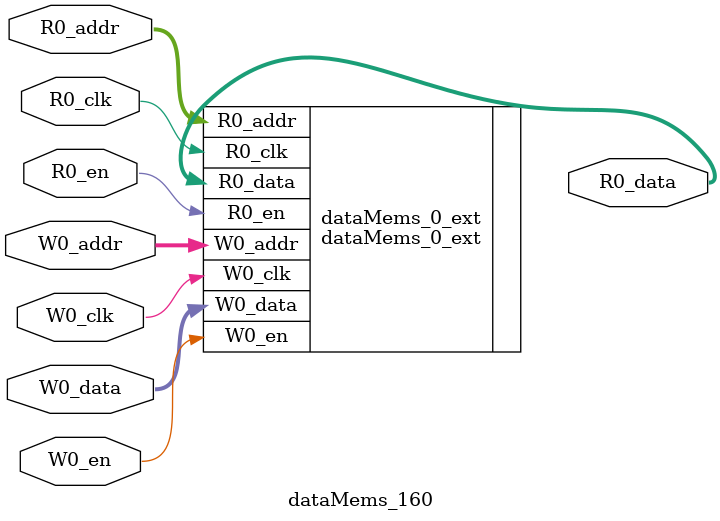
<source format=sv>
`ifndef RANDOMIZE
  `ifdef RANDOMIZE_REG_INIT
    `define RANDOMIZE
  `endif // RANDOMIZE_REG_INIT
`endif // not def RANDOMIZE
`ifndef RANDOMIZE
  `ifdef RANDOMIZE_MEM_INIT
    `define RANDOMIZE
  `endif // RANDOMIZE_MEM_INIT
`endif // not def RANDOMIZE

`ifndef RANDOM
  `define RANDOM $random
`endif // not def RANDOM

// Users can define 'PRINTF_COND' to add an extra gate to prints.
`ifndef PRINTF_COND_
  `ifdef PRINTF_COND
    `define PRINTF_COND_ (`PRINTF_COND)
  `else  // PRINTF_COND
    `define PRINTF_COND_ 1
  `endif // PRINTF_COND
`endif // not def PRINTF_COND_

// Users can define 'ASSERT_VERBOSE_COND' to add an extra gate to assert error printing.
`ifndef ASSERT_VERBOSE_COND_
  `ifdef ASSERT_VERBOSE_COND
    `define ASSERT_VERBOSE_COND_ (`ASSERT_VERBOSE_COND)
  `else  // ASSERT_VERBOSE_COND
    `define ASSERT_VERBOSE_COND_ 1
  `endif // ASSERT_VERBOSE_COND
`endif // not def ASSERT_VERBOSE_COND_

// Users can define 'STOP_COND' to add an extra gate to stop conditions.
`ifndef STOP_COND_
  `ifdef STOP_COND
    `define STOP_COND_ (`STOP_COND)
  `else  // STOP_COND
    `define STOP_COND_ 1
  `endif // STOP_COND
`endif // not def STOP_COND_

// Users can define INIT_RANDOM as general code that gets injected into the
// initializer block for modules with registers.
`ifndef INIT_RANDOM
  `define INIT_RANDOM
`endif // not def INIT_RANDOM

// If using random initialization, you can also define RANDOMIZE_DELAY to
// customize the delay used, otherwise 0.002 is used.
`ifndef RANDOMIZE_DELAY
  `define RANDOMIZE_DELAY 0.002
`endif // not def RANDOMIZE_DELAY

// Define INIT_RANDOM_PROLOG_ for use in our modules below.
`ifndef INIT_RANDOM_PROLOG_
  `ifdef RANDOMIZE
    `ifdef VERILATOR
      `define INIT_RANDOM_PROLOG_ `INIT_RANDOM
    `else  // VERILATOR
      `define INIT_RANDOM_PROLOG_ `INIT_RANDOM #`RANDOMIZE_DELAY begin end
    `endif // VERILATOR
  `else  // RANDOMIZE
    `define INIT_RANDOM_PROLOG_
  `endif // RANDOMIZE
`endif // not def INIT_RANDOM_PROLOG_

// Include register initializers in init blocks unless synthesis is set
`ifndef SYNTHESIS
  `ifndef ENABLE_INITIAL_REG_
    `define ENABLE_INITIAL_REG_
  `endif // not def ENABLE_INITIAL_REG_
`endif // not def SYNTHESIS

// Include rmemory initializers in init blocks unless synthesis is set
`ifndef SYNTHESIS
  `ifndef ENABLE_INITIAL_MEM_
    `define ENABLE_INITIAL_MEM_
  `endif // not def ENABLE_INITIAL_MEM_
`endif // not def SYNTHESIS

module dataMems_160(	// @[generators/ara/src/main/scala/UnsafeAXI4ToTL.scala:365:62]
  input  [4:0]  R0_addr,
  input         R0_en,
  input         R0_clk,
  output [66:0] R0_data,
  input  [4:0]  W0_addr,
  input         W0_en,
  input         W0_clk,
  input  [66:0] W0_data
);

  dataMems_0_ext dataMems_0_ext (	// @[generators/ara/src/main/scala/UnsafeAXI4ToTL.scala:365:62]
    .R0_addr (R0_addr),
    .R0_en   (R0_en),
    .R0_clk  (R0_clk),
    .R0_data (R0_data),
    .W0_addr (W0_addr),
    .W0_en   (W0_en),
    .W0_clk  (W0_clk),
    .W0_data (W0_data)
  );
endmodule


</source>
